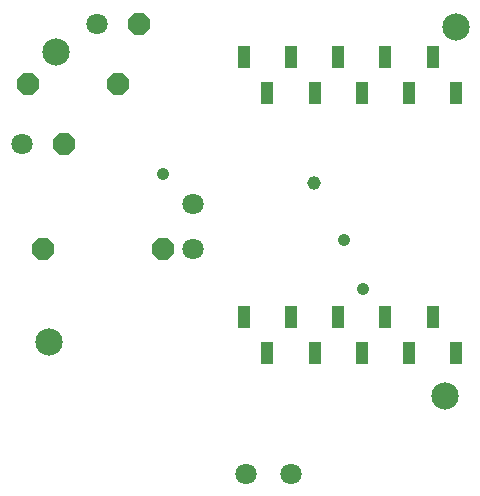
<source format=gbs>
G75*
G70*
%OFA0B0*%
%FSLAX24Y24*%
%IPPOS*%
%LPD*%
%AMOC8*
5,1,8,0,0,1.08239X$1,22.5*
%
%ADD10OC8,0.0710*%
%ADD11C,0.0710*%
%ADD12OC8,0.0740*%
%ADD13R,0.0415X0.0749*%
%ADD14C,0.0420*%
%ADD15C,0.0907*%
%ADD16C,0.0456*%
D10*
X003763Y012088D03*
X006263Y016088D03*
D11*
X004863Y016088D03*
X002363Y012088D03*
X008063Y010088D03*
X008063Y008588D03*
X009813Y001088D03*
X011313Y001088D03*
D12*
X007063Y008588D03*
X003063Y008588D03*
X002563Y014088D03*
X005563Y014088D03*
D13*
X009750Y014959D03*
X010537Y013778D03*
X011325Y014959D03*
X012112Y013778D03*
X012900Y014959D03*
X013687Y013778D03*
X014474Y014959D03*
X015262Y013778D03*
X016049Y014959D03*
X016837Y013778D03*
X016049Y006297D03*
X015262Y005116D03*
X014474Y006297D03*
X013687Y005116D03*
X012900Y006297D03*
X012112Y005116D03*
X011325Y006297D03*
X010537Y005116D03*
X009750Y006297D03*
X016837Y005116D03*
D14*
X013725Y007238D03*
X013100Y008875D03*
X007063Y011088D03*
D15*
X003275Y005488D03*
X003500Y015150D03*
X016475Y003663D03*
X016813Y015988D03*
D16*
X012100Y010775D03*
M02*

</source>
